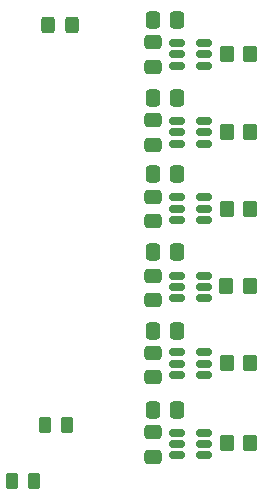
<source format=gtp>
G04 #@! TF.GenerationSoftware,KiCad,Pcbnew,(6.0.6)*
G04 #@! TF.CreationDate,2022-08-29T16:00:50+02:00*
G04 #@! TF.ProjectId,adc-board-six-channels,6164632d-626f-4617-9264-2d7369782d63,rev?*
G04 #@! TF.SameCoordinates,Original*
G04 #@! TF.FileFunction,Paste,Top*
G04 #@! TF.FilePolarity,Positive*
%FSLAX46Y46*%
G04 Gerber Fmt 4.6, Leading zero omitted, Abs format (unit mm)*
G04 Created by KiCad (PCBNEW (6.0.6)) date 2022-08-29 16:00:50*
%MOMM*%
%LPD*%
G01*
G04 APERTURE LIST*
G04 Aperture macros list*
%AMRoundRect*
0 Rectangle with rounded corners*
0 $1 Rounding radius*
0 $2 $3 $4 $5 $6 $7 $8 $9 X,Y pos of 4 corners*
0 Add a 4 corners polygon primitive as box body*
4,1,4,$2,$3,$4,$5,$6,$7,$8,$9,$2,$3,0*
0 Add four circle primitives for the rounded corners*
1,1,$1+$1,$2,$3*
1,1,$1+$1,$4,$5*
1,1,$1+$1,$6,$7*
1,1,$1+$1,$8,$9*
0 Add four rect primitives between the rounded corners*
20,1,$1+$1,$2,$3,$4,$5,0*
20,1,$1+$1,$4,$5,$6,$7,0*
20,1,$1+$1,$6,$7,$8,$9,0*
20,1,$1+$1,$8,$9,$2,$3,0*%
G04 Aperture macros list end*
%ADD10RoundRect,0.250000X0.475000X-0.337500X0.475000X0.337500X-0.475000X0.337500X-0.475000X-0.337500X0*%
%ADD11RoundRect,0.250000X0.337500X0.475000X-0.337500X0.475000X-0.337500X-0.475000X0.337500X-0.475000X0*%
%ADD12RoundRect,0.250000X-0.325000X-0.450000X0.325000X-0.450000X0.325000X0.450000X-0.325000X0.450000X0*%
%ADD13RoundRect,0.250000X-0.350000X-0.450000X0.350000X-0.450000X0.350000X0.450000X-0.350000X0.450000X0*%
%ADD14RoundRect,0.150000X-0.512500X-0.150000X0.512500X-0.150000X0.512500X0.150000X-0.512500X0.150000X0*%
%ADD15RoundRect,0.250000X0.262500X0.450000X-0.262500X0.450000X-0.262500X-0.450000X0.262500X-0.450000X0*%
G04 APERTURE END LIST*
D10*
X89976950Y-47940900D03*
X89976950Y-45865900D03*
D11*
X92030450Y-30758000D03*
X89955450Y-30758000D03*
D12*
X81089450Y-18074400D03*
X83139450Y-18074400D03*
D11*
X92037450Y-37362000D03*
X89962450Y-37362000D03*
D13*
X96222950Y-53507000D03*
X98222950Y-53507000D03*
X96215950Y-46685500D03*
X98215950Y-46685500D03*
D14*
X92014450Y-19648000D03*
X92014450Y-20598000D03*
X92014450Y-21548000D03*
X94289450Y-21548000D03*
X94289450Y-20598000D03*
X94289450Y-19648000D03*
X92014450Y-52615000D03*
X92014450Y-53565000D03*
X92014450Y-54515000D03*
X94289450Y-54515000D03*
X94289450Y-53565000D03*
X94289450Y-52615000D03*
X92050450Y-39338000D03*
X92050450Y-40288000D03*
X92050450Y-41238000D03*
X94325450Y-41238000D03*
X94325450Y-40288000D03*
X94325450Y-39338000D03*
D10*
X89976950Y-21635500D03*
X89976950Y-19560500D03*
D11*
X92030450Y-17677000D03*
X89955450Y-17677000D03*
D10*
X89976950Y-41394500D03*
X89976950Y-39319500D03*
D11*
X92030450Y-43982400D03*
X89955450Y-43982400D03*
D13*
X96215950Y-20598000D03*
X98215950Y-20598000D03*
X96215950Y-27202000D03*
X98215950Y-27202000D03*
D15*
X79906500Y-56692800D03*
X78081500Y-56692800D03*
D14*
X92014450Y-32698000D03*
X92014450Y-33648000D03*
X92014450Y-34598000D03*
X94289450Y-34598000D03*
X94289450Y-33648000D03*
X94289450Y-32698000D03*
X92014450Y-45815500D03*
X92014450Y-46765500D03*
X92014450Y-47715500D03*
X94289450Y-47715500D03*
X94289450Y-46765500D03*
X94289450Y-45815500D03*
D11*
X92030450Y-24281000D03*
X89955450Y-24281000D03*
X92037450Y-50697000D03*
X89962450Y-50697000D03*
D13*
X96215950Y-33679000D03*
X98215950Y-33679000D03*
D10*
X89983950Y-54671500D03*
X89983950Y-52596500D03*
D13*
X96199950Y-40230000D03*
X98199950Y-40230000D03*
D14*
X92014450Y-26252000D03*
X92014450Y-27202000D03*
X92014450Y-28152000D03*
X94289450Y-28152000D03*
X94289450Y-27202000D03*
X94289450Y-26252000D03*
D10*
X89976950Y-34716500D03*
X89976950Y-32641500D03*
D15*
X82700500Y-51943000D03*
X80875500Y-51943000D03*
D10*
X89976950Y-28239500D03*
X89976950Y-26164500D03*
M02*

</source>
